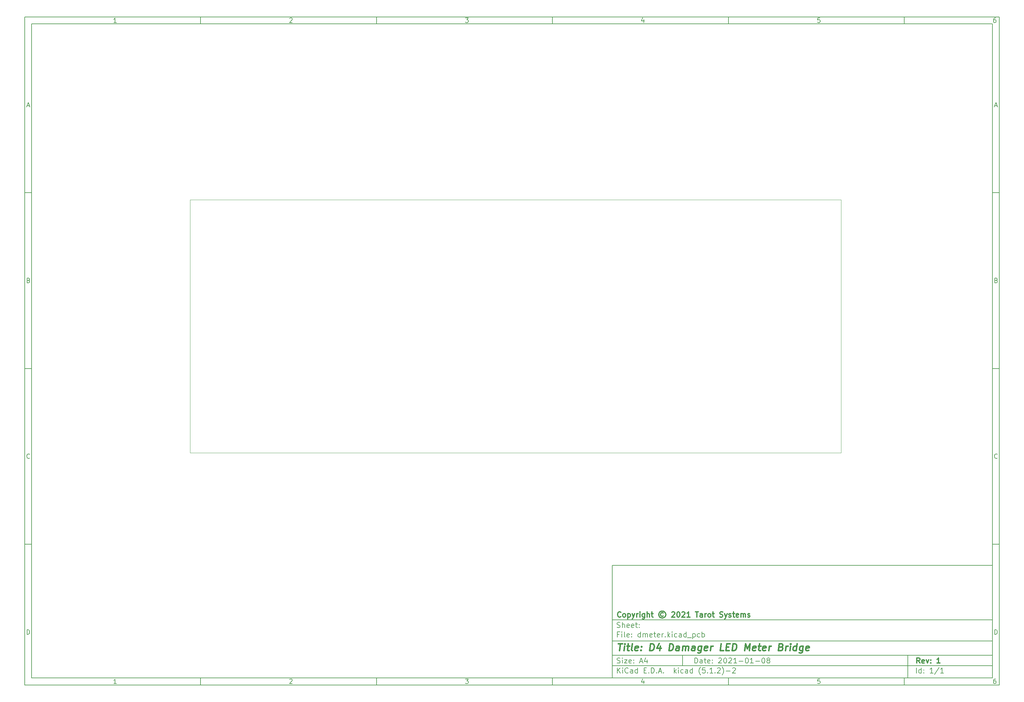
<source format=gbr>
G04 #@! TF.GenerationSoftware,KiCad,Pcbnew,(5.1.2)-2*
G04 #@! TF.CreationDate,2021-01-08T22:33:22+00:00*
G04 #@! TF.ProjectId,dmeter,646d6574-6572-42e6-9b69-6361645f7063,1*
G04 #@! TF.SameCoordinates,PX365c040PY7fcad80*
G04 #@! TF.FileFunction,Profile,NP*
%FSLAX46Y46*%
G04 Gerber Fmt 4.6, Leading zero omitted, Abs format (unit mm)*
G04 Created by KiCad (PCBNEW (5.1.2)-2) date 2021-01-08 22:33:22*
%MOMM*%
%LPD*%
G04 APERTURE LIST*
%ADD10C,0.100000*%
%ADD11C,0.150000*%
%ADD12C,0.300000*%
%ADD13C,0.400000*%
%ADD14C,0.050000*%
G04 APERTURE END LIST*
D10*
D11*
X120002200Y-32007200D02*
X120002200Y-64007200D01*
X228002200Y-64007200D01*
X228002200Y-32007200D01*
X120002200Y-32007200D01*
D10*
D11*
X-47000000Y124000000D02*
X-47000000Y-66007200D01*
X230002200Y-66007200D01*
X230002200Y124000000D01*
X-47000000Y124000000D01*
D10*
D11*
X-45000000Y122000000D02*
X-45000000Y-64007200D01*
X228002200Y-64007200D01*
X228002200Y122000000D01*
X-45000000Y122000000D01*
D10*
D11*
X3000000Y122000000D02*
X3000000Y124000000D01*
D10*
D11*
X53000000Y122000000D02*
X53000000Y124000000D01*
D10*
D11*
X103000000Y122000000D02*
X103000000Y124000000D01*
D10*
D11*
X153000000Y122000000D02*
X153000000Y124000000D01*
D10*
D11*
X203000000Y122000000D02*
X203000000Y124000000D01*
D10*
D11*
X-20934524Y122411905D02*
X-21677381Y122411905D01*
X-21305953Y122411905D02*
X-21305953Y123711905D01*
X-21429762Y123526191D01*
X-21553572Y123402381D01*
X-21677381Y123340477D01*
D10*
D11*
X28322619Y123588096D02*
X28384523Y123650000D01*
X28508333Y123711905D01*
X28817857Y123711905D01*
X28941666Y123650000D01*
X29003571Y123588096D01*
X29065476Y123464286D01*
X29065476Y123340477D01*
X29003571Y123154762D01*
X28260714Y122411905D01*
X29065476Y122411905D01*
D10*
D11*
X78260714Y123711905D02*
X79065476Y123711905D01*
X78632142Y123216667D01*
X78817857Y123216667D01*
X78941666Y123154762D01*
X79003571Y123092858D01*
X79065476Y122969048D01*
X79065476Y122659524D01*
X79003571Y122535715D01*
X78941666Y122473810D01*
X78817857Y122411905D01*
X78446428Y122411905D01*
X78322619Y122473810D01*
X78260714Y122535715D01*
D10*
D11*
X128941666Y123278572D02*
X128941666Y122411905D01*
X128632142Y123773810D02*
X128322619Y122845239D01*
X129127380Y122845239D01*
D10*
D11*
X179003571Y123711905D02*
X178384523Y123711905D01*
X178322619Y123092858D01*
X178384523Y123154762D01*
X178508333Y123216667D01*
X178817857Y123216667D01*
X178941666Y123154762D01*
X179003571Y123092858D01*
X179065476Y122969048D01*
X179065476Y122659524D01*
X179003571Y122535715D01*
X178941666Y122473810D01*
X178817857Y122411905D01*
X178508333Y122411905D01*
X178384523Y122473810D01*
X178322619Y122535715D01*
D10*
D11*
X228941666Y123711905D02*
X228694047Y123711905D01*
X228570238Y123650000D01*
X228508333Y123588096D01*
X228384523Y123402381D01*
X228322619Y123154762D01*
X228322619Y122659524D01*
X228384523Y122535715D01*
X228446428Y122473810D01*
X228570238Y122411905D01*
X228817857Y122411905D01*
X228941666Y122473810D01*
X229003571Y122535715D01*
X229065476Y122659524D01*
X229065476Y122969048D01*
X229003571Y123092858D01*
X228941666Y123154762D01*
X228817857Y123216667D01*
X228570238Y123216667D01*
X228446428Y123154762D01*
X228384523Y123092858D01*
X228322619Y122969048D01*
D10*
D11*
X3000000Y-64007200D02*
X3000000Y-66007200D01*
D10*
D11*
X53000000Y-64007200D02*
X53000000Y-66007200D01*
D10*
D11*
X103000000Y-64007200D02*
X103000000Y-66007200D01*
D10*
D11*
X153000000Y-64007200D02*
X153000000Y-66007200D01*
D10*
D11*
X203000000Y-64007200D02*
X203000000Y-66007200D01*
D10*
D11*
X-20934524Y-65595295D02*
X-21677381Y-65595295D01*
X-21305953Y-65595295D02*
X-21305953Y-64295295D01*
X-21429762Y-64481009D01*
X-21553572Y-64604819D01*
X-21677381Y-64666723D01*
D10*
D11*
X28322619Y-64419104D02*
X28384523Y-64357200D01*
X28508333Y-64295295D01*
X28817857Y-64295295D01*
X28941666Y-64357200D01*
X29003571Y-64419104D01*
X29065476Y-64542914D01*
X29065476Y-64666723D01*
X29003571Y-64852438D01*
X28260714Y-65595295D01*
X29065476Y-65595295D01*
D10*
D11*
X78260714Y-64295295D02*
X79065476Y-64295295D01*
X78632142Y-64790533D01*
X78817857Y-64790533D01*
X78941666Y-64852438D01*
X79003571Y-64914342D01*
X79065476Y-65038152D01*
X79065476Y-65347676D01*
X79003571Y-65471485D01*
X78941666Y-65533390D01*
X78817857Y-65595295D01*
X78446428Y-65595295D01*
X78322619Y-65533390D01*
X78260714Y-65471485D01*
D10*
D11*
X128941666Y-64728628D02*
X128941666Y-65595295D01*
X128632142Y-64233390D02*
X128322619Y-65161961D01*
X129127380Y-65161961D01*
D10*
D11*
X179003571Y-64295295D02*
X178384523Y-64295295D01*
X178322619Y-64914342D01*
X178384523Y-64852438D01*
X178508333Y-64790533D01*
X178817857Y-64790533D01*
X178941666Y-64852438D01*
X179003571Y-64914342D01*
X179065476Y-65038152D01*
X179065476Y-65347676D01*
X179003571Y-65471485D01*
X178941666Y-65533390D01*
X178817857Y-65595295D01*
X178508333Y-65595295D01*
X178384523Y-65533390D01*
X178322619Y-65471485D01*
D10*
D11*
X228941666Y-64295295D02*
X228694047Y-64295295D01*
X228570238Y-64357200D01*
X228508333Y-64419104D01*
X228384523Y-64604819D01*
X228322619Y-64852438D01*
X228322619Y-65347676D01*
X228384523Y-65471485D01*
X228446428Y-65533390D01*
X228570238Y-65595295D01*
X228817857Y-65595295D01*
X228941666Y-65533390D01*
X229003571Y-65471485D01*
X229065476Y-65347676D01*
X229065476Y-65038152D01*
X229003571Y-64914342D01*
X228941666Y-64852438D01*
X228817857Y-64790533D01*
X228570238Y-64790533D01*
X228446428Y-64852438D01*
X228384523Y-64914342D01*
X228322619Y-65038152D01*
D10*
D11*
X-47000000Y74000000D02*
X-45000000Y74000000D01*
D10*
D11*
X-47000000Y24000000D02*
X-45000000Y24000000D01*
D10*
D11*
X-47000000Y-26000000D02*
X-45000000Y-26000000D01*
D10*
D11*
X-46309524Y98783334D02*
X-45690477Y98783334D01*
X-46433334Y98411905D02*
X-46000000Y99711905D01*
X-45566667Y98411905D01*
D10*
D11*
X-45907143Y49092858D02*
X-45721429Y49030953D01*
X-45659524Y48969048D01*
X-45597620Y48845239D01*
X-45597620Y48659524D01*
X-45659524Y48535715D01*
X-45721429Y48473810D01*
X-45845239Y48411905D01*
X-46340477Y48411905D01*
X-46340477Y49711905D01*
X-45907143Y49711905D01*
X-45783334Y49650000D01*
X-45721429Y49588096D01*
X-45659524Y49464286D01*
X-45659524Y49340477D01*
X-45721429Y49216667D01*
X-45783334Y49154762D01*
X-45907143Y49092858D01*
X-46340477Y49092858D01*
D10*
D11*
X-45597620Y-1464285D02*
X-45659524Y-1526190D01*
X-45845239Y-1588095D01*
X-45969048Y-1588095D01*
X-46154762Y-1526190D01*
X-46278572Y-1402380D01*
X-46340477Y-1278571D01*
X-46402381Y-1030952D01*
X-46402381Y-845238D01*
X-46340477Y-597619D01*
X-46278572Y-473809D01*
X-46154762Y-350000D01*
X-45969048Y-288095D01*
X-45845239Y-288095D01*
X-45659524Y-350000D01*
X-45597620Y-411904D01*
D10*
D11*
X-46340477Y-51588095D02*
X-46340477Y-50288095D01*
X-46030953Y-50288095D01*
X-45845239Y-50350000D01*
X-45721429Y-50473809D01*
X-45659524Y-50597619D01*
X-45597620Y-50845238D01*
X-45597620Y-51030952D01*
X-45659524Y-51278571D01*
X-45721429Y-51402380D01*
X-45845239Y-51526190D01*
X-46030953Y-51588095D01*
X-46340477Y-51588095D01*
D10*
D11*
X230002200Y74000000D02*
X228002200Y74000000D01*
D10*
D11*
X230002200Y24000000D02*
X228002200Y24000000D01*
D10*
D11*
X230002200Y-26000000D02*
X228002200Y-26000000D01*
D10*
D11*
X228692676Y98783334D02*
X229311723Y98783334D01*
X228568866Y98411905D02*
X229002200Y99711905D01*
X229435533Y98411905D01*
D10*
D11*
X229095057Y49092858D02*
X229280771Y49030953D01*
X229342676Y48969048D01*
X229404580Y48845239D01*
X229404580Y48659524D01*
X229342676Y48535715D01*
X229280771Y48473810D01*
X229156961Y48411905D01*
X228661723Y48411905D01*
X228661723Y49711905D01*
X229095057Y49711905D01*
X229218866Y49650000D01*
X229280771Y49588096D01*
X229342676Y49464286D01*
X229342676Y49340477D01*
X229280771Y49216667D01*
X229218866Y49154762D01*
X229095057Y49092858D01*
X228661723Y49092858D01*
D10*
D11*
X229404580Y-1464285D02*
X229342676Y-1526190D01*
X229156961Y-1588095D01*
X229033152Y-1588095D01*
X228847438Y-1526190D01*
X228723628Y-1402380D01*
X228661723Y-1278571D01*
X228599819Y-1030952D01*
X228599819Y-845238D01*
X228661723Y-597619D01*
X228723628Y-473809D01*
X228847438Y-350000D01*
X229033152Y-288095D01*
X229156961Y-288095D01*
X229342676Y-350000D01*
X229404580Y-411904D01*
D10*
D11*
X228661723Y-51588095D02*
X228661723Y-50288095D01*
X228971247Y-50288095D01*
X229156961Y-50350000D01*
X229280771Y-50473809D01*
X229342676Y-50597619D01*
X229404580Y-50845238D01*
X229404580Y-51030952D01*
X229342676Y-51278571D01*
X229280771Y-51402380D01*
X229156961Y-51526190D01*
X228971247Y-51588095D01*
X228661723Y-51588095D01*
D10*
D11*
X143434342Y-59785771D02*
X143434342Y-58285771D01*
X143791485Y-58285771D01*
X144005771Y-58357200D01*
X144148628Y-58500057D01*
X144220057Y-58642914D01*
X144291485Y-58928628D01*
X144291485Y-59142914D01*
X144220057Y-59428628D01*
X144148628Y-59571485D01*
X144005771Y-59714342D01*
X143791485Y-59785771D01*
X143434342Y-59785771D01*
X145577200Y-59785771D02*
X145577200Y-59000057D01*
X145505771Y-58857200D01*
X145362914Y-58785771D01*
X145077200Y-58785771D01*
X144934342Y-58857200D01*
X145577200Y-59714342D02*
X145434342Y-59785771D01*
X145077200Y-59785771D01*
X144934342Y-59714342D01*
X144862914Y-59571485D01*
X144862914Y-59428628D01*
X144934342Y-59285771D01*
X145077200Y-59214342D01*
X145434342Y-59214342D01*
X145577200Y-59142914D01*
X146077200Y-58785771D02*
X146648628Y-58785771D01*
X146291485Y-58285771D02*
X146291485Y-59571485D01*
X146362914Y-59714342D01*
X146505771Y-59785771D01*
X146648628Y-59785771D01*
X147720057Y-59714342D02*
X147577200Y-59785771D01*
X147291485Y-59785771D01*
X147148628Y-59714342D01*
X147077200Y-59571485D01*
X147077200Y-59000057D01*
X147148628Y-58857200D01*
X147291485Y-58785771D01*
X147577200Y-58785771D01*
X147720057Y-58857200D01*
X147791485Y-59000057D01*
X147791485Y-59142914D01*
X147077200Y-59285771D01*
X148434342Y-59642914D02*
X148505771Y-59714342D01*
X148434342Y-59785771D01*
X148362914Y-59714342D01*
X148434342Y-59642914D01*
X148434342Y-59785771D01*
X148434342Y-58857200D02*
X148505771Y-58928628D01*
X148434342Y-59000057D01*
X148362914Y-58928628D01*
X148434342Y-58857200D01*
X148434342Y-59000057D01*
X150220057Y-58428628D02*
X150291485Y-58357200D01*
X150434342Y-58285771D01*
X150791485Y-58285771D01*
X150934342Y-58357200D01*
X151005771Y-58428628D01*
X151077200Y-58571485D01*
X151077200Y-58714342D01*
X151005771Y-58928628D01*
X150148628Y-59785771D01*
X151077200Y-59785771D01*
X152005771Y-58285771D02*
X152148628Y-58285771D01*
X152291485Y-58357200D01*
X152362914Y-58428628D01*
X152434342Y-58571485D01*
X152505771Y-58857200D01*
X152505771Y-59214342D01*
X152434342Y-59500057D01*
X152362914Y-59642914D01*
X152291485Y-59714342D01*
X152148628Y-59785771D01*
X152005771Y-59785771D01*
X151862914Y-59714342D01*
X151791485Y-59642914D01*
X151720057Y-59500057D01*
X151648628Y-59214342D01*
X151648628Y-58857200D01*
X151720057Y-58571485D01*
X151791485Y-58428628D01*
X151862914Y-58357200D01*
X152005771Y-58285771D01*
X153077200Y-58428628D02*
X153148628Y-58357200D01*
X153291485Y-58285771D01*
X153648628Y-58285771D01*
X153791485Y-58357200D01*
X153862914Y-58428628D01*
X153934342Y-58571485D01*
X153934342Y-58714342D01*
X153862914Y-58928628D01*
X153005771Y-59785771D01*
X153934342Y-59785771D01*
X155362914Y-59785771D02*
X154505771Y-59785771D01*
X154934342Y-59785771D02*
X154934342Y-58285771D01*
X154791485Y-58500057D01*
X154648628Y-58642914D01*
X154505771Y-58714342D01*
X156005771Y-59214342D02*
X157148628Y-59214342D01*
X158148628Y-58285771D02*
X158291485Y-58285771D01*
X158434342Y-58357200D01*
X158505771Y-58428628D01*
X158577200Y-58571485D01*
X158648628Y-58857200D01*
X158648628Y-59214342D01*
X158577200Y-59500057D01*
X158505771Y-59642914D01*
X158434342Y-59714342D01*
X158291485Y-59785771D01*
X158148628Y-59785771D01*
X158005771Y-59714342D01*
X157934342Y-59642914D01*
X157862914Y-59500057D01*
X157791485Y-59214342D01*
X157791485Y-58857200D01*
X157862914Y-58571485D01*
X157934342Y-58428628D01*
X158005771Y-58357200D01*
X158148628Y-58285771D01*
X160077200Y-59785771D02*
X159220057Y-59785771D01*
X159648628Y-59785771D02*
X159648628Y-58285771D01*
X159505771Y-58500057D01*
X159362914Y-58642914D01*
X159220057Y-58714342D01*
X160720057Y-59214342D02*
X161862914Y-59214342D01*
X162862914Y-58285771D02*
X163005771Y-58285771D01*
X163148628Y-58357200D01*
X163220057Y-58428628D01*
X163291485Y-58571485D01*
X163362914Y-58857200D01*
X163362914Y-59214342D01*
X163291485Y-59500057D01*
X163220057Y-59642914D01*
X163148628Y-59714342D01*
X163005771Y-59785771D01*
X162862914Y-59785771D01*
X162720057Y-59714342D01*
X162648628Y-59642914D01*
X162577200Y-59500057D01*
X162505771Y-59214342D01*
X162505771Y-58857200D01*
X162577200Y-58571485D01*
X162648628Y-58428628D01*
X162720057Y-58357200D01*
X162862914Y-58285771D01*
X164220057Y-58928628D02*
X164077200Y-58857200D01*
X164005771Y-58785771D01*
X163934342Y-58642914D01*
X163934342Y-58571485D01*
X164005771Y-58428628D01*
X164077200Y-58357200D01*
X164220057Y-58285771D01*
X164505771Y-58285771D01*
X164648628Y-58357200D01*
X164720057Y-58428628D01*
X164791485Y-58571485D01*
X164791485Y-58642914D01*
X164720057Y-58785771D01*
X164648628Y-58857200D01*
X164505771Y-58928628D01*
X164220057Y-58928628D01*
X164077200Y-59000057D01*
X164005771Y-59071485D01*
X163934342Y-59214342D01*
X163934342Y-59500057D01*
X164005771Y-59642914D01*
X164077200Y-59714342D01*
X164220057Y-59785771D01*
X164505771Y-59785771D01*
X164648628Y-59714342D01*
X164720057Y-59642914D01*
X164791485Y-59500057D01*
X164791485Y-59214342D01*
X164720057Y-59071485D01*
X164648628Y-59000057D01*
X164505771Y-58928628D01*
D10*
D11*
X120002200Y-60507200D02*
X228002200Y-60507200D01*
D10*
D11*
X121434342Y-62585771D02*
X121434342Y-61085771D01*
X122291485Y-62585771D02*
X121648628Y-61728628D01*
X122291485Y-61085771D02*
X121434342Y-61942914D01*
X122934342Y-62585771D02*
X122934342Y-61585771D01*
X122934342Y-61085771D02*
X122862914Y-61157200D01*
X122934342Y-61228628D01*
X123005771Y-61157200D01*
X122934342Y-61085771D01*
X122934342Y-61228628D01*
X124505771Y-62442914D02*
X124434342Y-62514342D01*
X124220057Y-62585771D01*
X124077200Y-62585771D01*
X123862914Y-62514342D01*
X123720057Y-62371485D01*
X123648628Y-62228628D01*
X123577200Y-61942914D01*
X123577200Y-61728628D01*
X123648628Y-61442914D01*
X123720057Y-61300057D01*
X123862914Y-61157200D01*
X124077200Y-61085771D01*
X124220057Y-61085771D01*
X124434342Y-61157200D01*
X124505771Y-61228628D01*
X125791485Y-62585771D02*
X125791485Y-61800057D01*
X125720057Y-61657200D01*
X125577200Y-61585771D01*
X125291485Y-61585771D01*
X125148628Y-61657200D01*
X125791485Y-62514342D02*
X125648628Y-62585771D01*
X125291485Y-62585771D01*
X125148628Y-62514342D01*
X125077200Y-62371485D01*
X125077200Y-62228628D01*
X125148628Y-62085771D01*
X125291485Y-62014342D01*
X125648628Y-62014342D01*
X125791485Y-61942914D01*
X127148628Y-62585771D02*
X127148628Y-61085771D01*
X127148628Y-62514342D02*
X127005771Y-62585771D01*
X126720057Y-62585771D01*
X126577200Y-62514342D01*
X126505771Y-62442914D01*
X126434342Y-62300057D01*
X126434342Y-61871485D01*
X126505771Y-61728628D01*
X126577200Y-61657200D01*
X126720057Y-61585771D01*
X127005771Y-61585771D01*
X127148628Y-61657200D01*
X129005771Y-61800057D02*
X129505771Y-61800057D01*
X129720057Y-62585771D02*
X129005771Y-62585771D01*
X129005771Y-61085771D01*
X129720057Y-61085771D01*
X130362914Y-62442914D02*
X130434342Y-62514342D01*
X130362914Y-62585771D01*
X130291485Y-62514342D01*
X130362914Y-62442914D01*
X130362914Y-62585771D01*
X131077200Y-62585771D02*
X131077200Y-61085771D01*
X131434342Y-61085771D01*
X131648628Y-61157200D01*
X131791485Y-61300057D01*
X131862914Y-61442914D01*
X131934342Y-61728628D01*
X131934342Y-61942914D01*
X131862914Y-62228628D01*
X131791485Y-62371485D01*
X131648628Y-62514342D01*
X131434342Y-62585771D01*
X131077200Y-62585771D01*
X132577200Y-62442914D02*
X132648628Y-62514342D01*
X132577200Y-62585771D01*
X132505771Y-62514342D01*
X132577200Y-62442914D01*
X132577200Y-62585771D01*
X133220057Y-62157200D02*
X133934342Y-62157200D01*
X133077200Y-62585771D02*
X133577200Y-61085771D01*
X134077200Y-62585771D01*
X134577200Y-62442914D02*
X134648628Y-62514342D01*
X134577200Y-62585771D01*
X134505771Y-62514342D01*
X134577200Y-62442914D01*
X134577200Y-62585771D01*
X137577200Y-62585771D02*
X137577200Y-61085771D01*
X137720057Y-62014342D02*
X138148628Y-62585771D01*
X138148628Y-61585771D02*
X137577200Y-62157200D01*
X138791485Y-62585771D02*
X138791485Y-61585771D01*
X138791485Y-61085771D02*
X138720057Y-61157200D01*
X138791485Y-61228628D01*
X138862914Y-61157200D01*
X138791485Y-61085771D01*
X138791485Y-61228628D01*
X140148628Y-62514342D02*
X140005771Y-62585771D01*
X139720057Y-62585771D01*
X139577200Y-62514342D01*
X139505771Y-62442914D01*
X139434342Y-62300057D01*
X139434342Y-61871485D01*
X139505771Y-61728628D01*
X139577200Y-61657200D01*
X139720057Y-61585771D01*
X140005771Y-61585771D01*
X140148628Y-61657200D01*
X141434342Y-62585771D02*
X141434342Y-61800057D01*
X141362914Y-61657200D01*
X141220057Y-61585771D01*
X140934342Y-61585771D01*
X140791485Y-61657200D01*
X141434342Y-62514342D02*
X141291485Y-62585771D01*
X140934342Y-62585771D01*
X140791485Y-62514342D01*
X140720057Y-62371485D01*
X140720057Y-62228628D01*
X140791485Y-62085771D01*
X140934342Y-62014342D01*
X141291485Y-62014342D01*
X141434342Y-61942914D01*
X142791485Y-62585771D02*
X142791485Y-61085771D01*
X142791485Y-62514342D02*
X142648628Y-62585771D01*
X142362914Y-62585771D01*
X142220057Y-62514342D01*
X142148628Y-62442914D01*
X142077200Y-62300057D01*
X142077200Y-61871485D01*
X142148628Y-61728628D01*
X142220057Y-61657200D01*
X142362914Y-61585771D01*
X142648628Y-61585771D01*
X142791485Y-61657200D01*
X145077200Y-63157200D02*
X145005771Y-63085771D01*
X144862914Y-62871485D01*
X144791485Y-62728628D01*
X144720057Y-62514342D01*
X144648628Y-62157200D01*
X144648628Y-61871485D01*
X144720057Y-61514342D01*
X144791485Y-61300057D01*
X144862914Y-61157200D01*
X145005771Y-60942914D01*
X145077200Y-60871485D01*
X146362914Y-61085771D02*
X145648628Y-61085771D01*
X145577200Y-61800057D01*
X145648628Y-61728628D01*
X145791485Y-61657200D01*
X146148628Y-61657200D01*
X146291485Y-61728628D01*
X146362914Y-61800057D01*
X146434342Y-61942914D01*
X146434342Y-62300057D01*
X146362914Y-62442914D01*
X146291485Y-62514342D01*
X146148628Y-62585771D01*
X145791485Y-62585771D01*
X145648628Y-62514342D01*
X145577200Y-62442914D01*
X147077200Y-62442914D02*
X147148628Y-62514342D01*
X147077200Y-62585771D01*
X147005771Y-62514342D01*
X147077200Y-62442914D01*
X147077200Y-62585771D01*
X148577200Y-62585771D02*
X147720057Y-62585771D01*
X148148628Y-62585771D02*
X148148628Y-61085771D01*
X148005771Y-61300057D01*
X147862914Y-61442914D01*
X147720057Y-61514342D01*
X149220057Y-62442914D02*
X149291485Y-62514342D01*
X149220057Y-62585771D01*
X149148628Y-62514342D01*
X149220057Y-62442914D01*
X149220057Y-62585771D01*
X149862914Y-61228628D02*
X149934342Y-61157200D01*
X150077200Y-61085771D01*
X150434342Y-61085771D01*
X150577200Y-61157200D01*
X150648628Y-61228628D01*
X150720057Y-61371485D01*
X150720057Y-61514342D01*
X150648628Y-61728628D01*
X149791485Y-62585771D01*
X150720057Y-62585771D01*
X151220057Y-63157200D02*
X151291485Y-63085771D01*
X151434342Y-62871485D01*
X151505771Y-62728628D01*
X151577200Y-62514342D01*
X151648628Y-62157200D01*
X151648628Y-61871485D01*
X151577200Y-61514342D01*
X151505771Y-61300057D01*
X151434342Y-61157200D01*
X151291485Y-60942914D01*
X151220057Y-60871485D01*
X152362914Y-62014342D02*
X153505771Y-62014342D01*
X154148628Y-61228628D02*
X154220057Y-61157200D01*
X154362914Y-61085771D01*
X154720057Y-61085771D01*
X154862914Y-61157200D01*
X154934342Y-61228628D01*
X155005771Y-61371485D01*
X155005771Y-61514342D01*
X154934342Y-61728628D01*
X154077200Y-62585771D01*
X155005771Y-62585771D01*
D10*
D11*
X120002200Y-57507200D02*
X228002200Y-57507200D01*
D10*
D12*
X207411485Y-59785771D02*
X206911485Y-59071485D01*
X206554342Y-59785771D02*
X206554342Y-58285771D01*
X207125771Y-58285771D01*
X207268628Y-58357200D01*
X207340057Y-58428628D01*
X207411485Y-58571485D01*
X207411485Y-58785771D01*
X207340057Y-58928628D01*
X207268628Y-59000057D01*
X207125771Y-59071485D01*
X206554342Y-59071485D01*
X208625771Y-59714342D02*
X208482914Y-59785771D01*
X208197200Y-59785771D01*
X208054342Y-59714342D01*
X207982914Y-59571485D01*
X207982914Y-59000057D01*
X208054342Y-58857200D01*
X208197200Y-58785771D01*
X208482914Y-58785771D01*
X208625771Y-58857200D01*
X208697200Y-59000057D01*
X208697200Y-59142914D01*
X207982914Y-59285771D01*
X209197200Y-58785771D02*
X209554342Y-59785771D01*
X209911485Y-58785771D01*
X210482914Y-59642914D02*
X210554342Y-59714342D01*
X210482914Y-59785771D01*
X210411485Y-59714342D01*
X210482914Y-59642914D01*
X210482914Y-59785771D01*
X210482914Y-58857200D02*
X210554342Y-58928628D01*
X210482914Y-59000057D01*
X210411485Y-58928628D01*
X210482914Y-58857200D01*
X210482914Y-59000057D01*
X213125771Y-59785771D02*
X212268628Y-59785771D01*
X212697200Y-59785771D02*
X212697200Y-58285771D01*
X212554342Y-58500057D01*
X212411485Y-58642914D01*
X212268628Y-58714342D01*
D10*
D11*
X121362914Y-59714342D02*
X121577200Y-59785771D01*
X121934342Y-59785771D01*
X122077200Y-59714342D01*
X122148628Y-59642914D01*
X122220057Y-59500057D01*
X122220057Y-59357200D01*
X122148628Y-59214342D01*
X122077200Y-59142914D01*
X121934342Y-59071485D01*
X121648628Y-59000057D01*
X121505771Y-58928628D01*
X121434342Y-58857200D01*
X121362914Y-58714342D01*
X121362914Y-58571485D01*
X121434342Y-58428628D01*
X121505771Y-58357200D01*
X121648628Y-58285771D01*
X122005771Y-58285771D01*
X122220057Y-58357200D01*
X122862914Y-59785771D02*
X122862914Y-58785771D01*
X122862914Y-58285771D02*
X122791485Y-58357200D01*
X122862914Y-58428628D01*
X122934342Y-58357200D01*
X122862914Y-58285771D01*
X122862914Y-58428628D01*
X123434342Y-58785771D02*
X124220057Y-58785771D01*
X123434342Y-59785771D01*
X124220057Y-59785771D01*
X125362914Y-59714342D02*
X125220057Y-59785771D01*
X124934342Y-59785771D01*
X124791485Y-59714342D01*
X124720057Y-59571485D01*
X124720057Y-59000057D01*
X124791485Y-58857200D01*
X124934342Y-58785771D01*
X125220057Y-58785771D01*
X125362914Y-58857200D01*
X125434342Y-59000057D01*
X125434342Y-59142914D01*
X124720057Y-59285771D01*
X126077200Y-59642914D02*
X126148628Y-59714342D01*
X126077200Y-59785771D01*
X126005771Y-59714342D01*
X126077200Y-59642914D01*
X126077200Y-59785771D01*
X126077200Y-58857200D02*
X126148628Y-58928628D01*
X126077200Y-59000057D01*
X126005771Y-58928628D01*
X126077200Y-58857200D01*
X126077200Y-59000057D01*
X127862914Y-59357200D02*
X128577200Y-59357200D01*
X127720057Y-59785771D02*
X128220057Y-58285771D01*
X128720057Y-59785771D01*
X129862914Y-58785771D02*
X129862914Y-59785771D01*
X129505771Y-58214342D02*
X129148628Y-59285771D01*
X130077200Y-59285771D01*
D10*
D11*
X206434342Y-62585771D02*
X206434342Y-61085771D01*
X207791485Y-62585771D02*
X207791485Y-61085771D01*
X207791485Y-62514342D02*
X207648628Y-62585771D01*
X207362914Y-62585771D01*
X207220057Y-62514342D01*
X207148628Y-62442914D01*
X207077200Y-62300057D01*
X207077200Y-61871485D01*
X207148628Y-61728628D01*
X207220057Y-61657200D01*
X207362914Y-61585771D01*
X207648628Y-61585771D01*
X207791485Y-61657200D01*
X208505771Y-62442914D02*
X208577200Y-62514342D01*
X208505771Y-62585771D01*
X208434342Y-62514342D01*
X208505771Y-62442914D01*
X208505771Y-62585771D01*
X208505771Y-61657200D02*
X208577200Y-61728628D01*
X208505771Y-61800057D01*
X208434342Y-61728628D01*
X208505771Y-61657200D01*
X208505771Y-61800057D01*
X211148628Y-62585771D02*
X210291485Y-62585771D01*
X210720057Y-62585771D02*
X210720057Y-61085771D01*
X210577200Y-61300057D01*
X210434342Y-61442914D01*
X210291485Y-61514342D01*
X212862914Y-61014342D02*
X211577200Y-62942914D01*
X214148628Y-62585771D02*
X213291485Y-62585771D01*
X213720057Y-62585771D02*
X213720057Y-61085771D01*
X213577200Y-61300057D01*
X213434342Y-61442914D01*
X213291485Y-61514342D01*
D10*
D11*
X120002200Y-53507200D02*
X228002200Y-53507200D01*
D10*
D13*
X121714580Y-54211961D02*
X122857438Y-54211961D01*
X122036009Y-56211961D02*
X122286009Y-54211961D01*
X123274104Y-56211961D02*
X123440771Y-54878628D01*
X123524104Y-54211961D02*
X123416961Y-54307200D01*
X123500295Y-54402438D01*
X123607438Y-54307200D01*
X123524104Y-54211961D01*
X123500295Y-54402438D01*
X124107438Y-54878628D02*
X124869342Y-54878628D01*
X124476485Y-54211961D02*
X124262200Y-55926247D01*
X124333628Y-56116723D01*
X124512200Y-56211961D01*
X124702676Y-56211961D01*
X125655057Y-56211961D02*
X125476485Y-56116723D01*
X125405057Y-55926247D01*
X125619342Y-54211961D01*
X127190771Y-56116723D02*
X126988390Y-56211961D01*
X126607438Y-56211961D01*
X126428866Y-56116723D01*
X126357438Y-55926247D01*
X126452676Y-55164342D01*
X126571723Y-54973866D01*
X126774104Y-54878628D01*
X127155057Y-54878628D01*
X127333628Y-54973866D01*
X127405057Y-55164342D01*
X127381247Y-55354819D01*
X126405057Y-55545295D01*
X128155057Y-56021485D02*
X128238390Y-56116723D01*
X128131247Y-56211961D01*
X128047914Y-56116723D01*
X128155057Y-56021485D01*
X128131247Y-56211961D01*
X128286009Y-54973866D02*
X128369342Y-55069104D01*
X128262200Y-55164342D01*
X128178866Y-55069104D01*
X128286009Y-54973866D01*
X128262200Y-55164342D01*
X130607438Y-56211961D02*
X130857438Y-54211961D01*
X131333628Y-54211961D01*
X131607438Y-54307200D01*
X131774104Y-54497676D01*
X131845533Y-54688152D01*
X131893152Y-55069104D01*
X131857438Y-55354819D01*
X131714580Y-55735771D01*
X131595533Y-55926247D01*
X131381247Y-56116723D01*
X131083628Y-56211961D01*
X130607438Y-56211961D01*
X133631247Y-54878628D02*
X133464580Y-56211961D01*
X133250295Y-54116723D02*
X132595533Y-55545295D01*
X133833628Y-55545295D01*
X136036009Y-56211961D02*
X136286009Y-54211961D01*
X136762200Y-54211961D01*
X137036009Y-54307200D01*
X137202676Y-54497676D01*
X137274104Y-54688152D01*
X137321723Y-55069104D01*
X137286009Y-55354819D01*
X137143152Y-55735771D01*
X137024104Y-55926247D01*
X136809819Y-56116723D01*
X136512200Y-56211961D01*
X136036009Y-56211961D01*
X138893152Y-56211961D02*
X139024104Y-55164342D01*
X138952676Y-54973866D01*
X138774104Y-54878628D01*
X138393152Y-54878628D01*
X138190771Y-54973866D01*
X138905057Y-56116723D02*
X138702676Y-56211961D01*
X138226485Y-56211961D01*
X138047914Y-56116723D01*
X137976485Y-55926247D01*
X138000295Y-55735771D01*
X138119342Y-55545295D01*
X138321723Y-55450057D01*
X138797914Y-55450057D01*
X139000295Y-55354819D01*
X139845533Y-56211961D02*
X140012200Y-54878628D01*
X139988390Y-55069104D02*
X140095533Y-54973866D01*
X140297914Y-54878628D01*
X140583628Y-54878628D01*
X140762200Y-54973866D01*
X140833628Y-55164342D01*
X140702676Y-56211961D01*
X140833628Y-55164342D02*
X140952676Y-54973866D01*
X141155057Y-54878628D01*
X141440771Y-54878628D01*
X141619342Y-54973866D01*
X141690771Y-55164342D01*
X141559819Y-56211961D01*
X143369342Y-56211961D02*
X143500295Y-55164342D01*
X143428866Y-54973866D01*
X143250295Y-54878628D01*
X142869342Y-54878628D01*
X142666961Y-54973866D01*
X143381247Y-56116723D02*
X143178866Y-56211961D01*
X142702676Y-56211961D01*
X142524104Y-56116723D01*
X142452676Y-55926247D01*
X142476485Y-55735771D01*
X142595533Y-55545295D01*
X142797914Y-55450057D01*
X143274104Y-55450057D01*
X143476485Y-55354819D01*
X145345533Y-54878628D02*
X145143152Y-56497676D01*
X145024104Y-56688152D01*
X144916961Y-56783390D01*
X144714580Y-56878628D01*
X144428866Y-56878628D01*
X144250295Y-56783390D01*
X145190771Y-56116723D02*
X144988390Y-56211961D01*
X144607438Y-56211961D01*
X144428866Y-56116723D01*
X144345533Y-56021485D01*
X144274104Y-55831009D01*
X144345533Y-55259580D01*
X144464580Y-55069104D01*
X144571723Y-54973866D01*
X144774104Y-54878628D01*
X145155057Y-54878628D01*
X145333628Y-54973866D01*
X146905057Y-56116723D02*
X146702676Y-56211961D01*
X146321723Y-56211961D01*
X146143152Y-56116723D01*
X146071723Y-55926247D01*
X146166961Y-55164342D01*
X146286009Y-54973866D01*
X146488390Y-54878628D01*
X146869342Y-54878628D01*
X147047914Y-54973866D01*
X147119342Y-55164342D01*
X147095533Y-55354819D01*
X146119342Y-55545295D01*
X147845533Y-56211961D02*
X148012200Y-54878628D01*
X147964580Y-55259580D02*
X148083628Y-55069104D01*
X148190771Y-54973866D01*
X148393152Y-54878628D01*
X148583628Y-54878628D01*
X151559819Y-56211961D02*
X150607438Y-56211961D01*
X150857438Y-54211961D01*
X152357438Y-55164342D02*
X153024104Y-55164342D01*
X153178866Y-56211961D02*
X152226485Y-56211961D01*
X152476485Y-54211961D01*
X153428866Y-54211961D01*
X154036009Y-56211961D02*
X154286009Y-54211961D01*
X154762200Y-54211961D01*
X155036009Y-54307200D01*
X155202676Y-54497676D01*
X155274104Y-54688152D01*
X155321723Y-55069104D01*
X155286009Y-55354819D01*
X155143152Y-55735771D01*
X155024104Y-55926247D01*
X154809819Y-56116723D01*
X154512200Y-56211961D01*
X154036009Y-56211961D01*
X157559819Y-56211961D02*
X157809819Y-54211961D01*
X158297914Y-55640533D01*
X159143152Y-54211961D01*
X158893152Y-56211961D01*
X160619342Y-56116723D02*
X160416961Y-56211961D01*
X160036009Y-56211961D01*
X159857438Y-56116723D01*
X159786009Y-55926247D01*
X159881247Y-55164342D01*
X160000295Y-54973866D01*
X160202676Y-54878628D01*
X160583628Y-54878628D01*
X160762200Y-54973866D01*
X160833628Y-55164342D01*
X160809819Y-55354819D01*
X159833628Y-55545295D01*
X161440771Y-54878628D02*
X162202676Y-54878628D01*
X161809819Y-54211961D02*
X161595533Y-55926247D01*
X161666961Y-56116723D01*
X161845533Y-56211961D01*
X162036009Y-56211961D01*
X163476485Y-56116723D02*
X163274104Y-56211961D01*
X162893152Y-56211961D01*
X162714580Y-56116723D01*
X162643152Y-55926247D01*
X162738390Y-55164342D01*
X162857438Y-54973866D01*
X163059819Y-54878628D01*
X163440771Y-54878628D01*
X163619342Y-54973866D01*
X163690771Y-55164342D01*
X163666961Y-55354819D01*
X162690771Y-55545295D01*
X164416961Y-56211961D02*
X164583628Y-54878628D01*
X164536009Y-55259580D02*
X164655057Y-55069104D01*
X164762200Y-54973866D01*
X164964580Y-54878628D01*
X165155057Y-54878628D01*
X167976485Y-55164342D02*
X168250295Y-55259580D01*
X168333628Y-55354819D01*
X168405057Y-55545295D01*
X168369342Y-55831009D01*
X168250295Y-56021485D01*
X168143152Y-56116723D01*
X167940771Y-56211961D01*
X167178866Y-56211961D01*
X167428866Y-54211961D01*
X168095533Y-54211961D01*
X168274104Y-54307200D01*
X168357438Y-54402438D01*
X168428866Y-54592914D01*
X168405057Y-54783390D01*
X168286009Y-54973866D01*
X168178866Y-55069104D01*
X167976485Y-55164342D01*
X167309819Y-55164342D01*
X169178866Y-56211961D02*
X169345533Y-54878628D01*
X169297914Y-55259580D02*
X169416961Y-55069104D01*
X169524104Y-54973866D01*
X169726485Y-54878628D01*
X169916961Y-54878628D01*
X170416961Y-56211961D02*
X170583628Y-54878628D01*
X170666961Y-54211961D02*
X170559819Y-54307200D01*
X170643152Y-54402438D01*
X170750295Y-54307200D01*
X170666961Y-54211961D01*
X170643152Y-54402438D01*
X172226485Y-56211961D02*
X172476485Y-54211961D01*
X172238390Y-56116723D02*
X172036009Y-56211961D01*
X171655057Y-56211961D01*
X171476485Y-56116723D01*
X171393152Y-56021485D01*
X171321723Y-55831009D01*
X171393152Y-55259580D01*
X171512200Y-55069104D01*
X171619342Y-54973866D01*
X171821723Y-54878628D01*
X172202676Y-54878628D01*
X172381247Y-54973866D01*
X174202676Y-54878628D02*
X174000295Y-56497676D01*
X173881247Y-56688152D01*
X173774104Y-56783390D01*
X173571723Y-56878628D01*
X173286009Y-56878628D01*
X173107438Y-56783390D01*
X174047914Y-56116723D02*
X173845533Y-56211961D01*
X173464580Y-56211961D01*
X173286009Y-56116723D01*
X173202676Y-56021485D01*
X173131247Y-55831009D01*
X173202676Y-55259580D01*
X173321723Y-55069104D01*
X173428866Y-54973866D01*
X173631247Y-54878628D01*
X174012200Y-54878628D01*
X174190771Y-54973866D01*
X175762200Y-56116723D02*
X175559819Y-56211961D01*
X175178866Y-56211961D01*
X175000295Y-56116723D01*
X174928866Y-55926247D01*
X175024104Y-55164342D01*
X175143152Y-54973866D01*
X175345533Y-54878628D01*
X175726485Y-54878628D01*
X175905057Y-54973866D01*
X175976485Y-55164342D01*
X175952676Y-55354819D01*
X174976485Y-55545295D01*
D10*
D11*
X121934342Y-51600057D02*
X121434342Y-51600057D01*
X121434342Y-52385771D02*
X121434342Y-50885771D01*
X122148628Y-50885771D01*
X122720057Y-52385771D02*
X122720057Y-51385771D01*
X122720057Y-50885771D02*
X122648628Y-50957200D01*
X122720057Y-51028628D01*
X122791485Y-50957200D01*
X122720057Y-50885771D01*
X122720057Y-51028628D01*
X123648628Y-52385771D02*
X123505771Y-52314342D01*
X123434342Y-52171485D01*
X123434342Y-50885771D01*
X124791485Y-52314342D02*
X124648628Y-52385771D01*
X124362914Y-52385771D01*
X124220057Y-52314342D01*
X124148628Y-52171485D01*
X124148628Y-51600057D01*
X124220057Y-51457200D01*
X124362914Y-51385771D01*
X124648628Y-51385771D01*
X124791485Y-51457200D01*
X124862914Y-51600057D01*
X124862914Y-51742914D01*
X124148628Y-51885771D01*
X125505771Y-52242914D02*
X125577200Y-52314342D01*
X125505771Y-52385771D01*
X125434342Y-52314342D01*
X125505771Y-52242914D01*
X125505771Y-52385771D01*
X125505771Y-51457200D02*
X125577200Y-51528628D01*
X125505771Y-51600057D01*
X125434342Y-51528628D01*
X125505771Y-51457200D01*
X125505771Y-51600057D01*
X128005771Y-52385771D02*
X128005771Y-50885771D01*
X128005771Y-52314342D02*
X127862914Y-52385771D01*
X127577200Y-52385771D01*
X127434342Y-52314342D01*
X127362914Y-52242914D01*
X127291485Y-52100057D01*
X127291485Y-51671485D01*
X127362914Y-51528628D01*
X127434342Y-51457200D01*
X127577200Y-51385771D01*
X127862914Y-51385771D01*
X128005771Y-51457200D01*
X128720057Y-52385771D02*
X128720057Y-51385771D01*
X128720057Y-51528628D02*
X128791485Y-51457200D01*
X128934342Y-51385771D01*
X129148628Y-51385771D01*
X129291485Y-51457200D01*
X129362914Y-51600057D01*
X129362914Y-52385771D01*
X129362914Y-51600057D02*
X129434342Y-51457200D01*
X129577200Y-51385771D01*
X129791485Y-51385771D01*
X129934342Y-51457200D01*
X130005771Y-51600057D01*
X130005771Y-52385771D01*
X131291485Y-52314342D02*
X131148628Y-52385771D01*
X130862914Y-52385771D01*
X130720057Y-52314342D01*
X130648628Y-52171485D01*
X130648628Y-51600057D01*
X130720057Y-51457200D01*
X130862914Y-51385771D01*
X131148628Y-51385771D01*
X131291485Y-51457200D01*
X131362914Y-51600057D01*
X131362914Y-51742914D01*
X130648628Y-51885771D01*
X131791485Y-51385771D02*
X132362914Y-51385771D01*
X132005771Y-50885771D02*
X132005771Y-52171485D01*
X132077200Y-52314342D01*
X132220057Y-52385771D01*
X132362914Y-52385771D01*
X133434342Y-52314342D02*
X133291485Y-52385771D01*
X133005771Y-52385771D01*
X132862914Y-52314342D01*
X132791485Y-52171485D01*
X132791485Y-51600057D01*
X132862914Y-51457200D01*
X133005771Y-51385771D01*
X133291485Y-51385771D01*
X133434342Y-51457200D01*
X133505771Y-51600057D01*
X133505771Y-51742914D01*
X132791485Y-51885771D01*
X134148628Y-52385771D02*
X134148628Y-51385771D01*
X134148628Y-51671485D02*
X134220057Y-51528628D01*
X134291485Y-51457200D01*
X134434342Y-51385771D01*
X134577200Y-51385771D01*
X135077200Y-52242914D02*
X135148628Y-52314342D01*
X135077200Y-52385771D01*
X135005771Y-52314342D01*
X135077200Y-52242914D01*
X135077200Y-52385771D01*
X135791485Y-52385771D02*
X135791485Y-50885771D01*
X135934342Y-51814342D02*
X136362914Y-52385771D01*
X136362914Y-51385771D02*
X135791485Y-51957200D01*
X137005771Y-52385771D02*
X137005771Y-51385771D01*
X137005771Y-50885771D02*
X136934342Y-50957200D01*
X137005771Y-51028628D01*
X137077200Y-50957200D01*
X137005771Y-50885771D01*
X137005771Y-51028628D01*
X138362914Y-52314342D02*
X138220057Y-52385771D01*
X137934342Y-52385771D01*
X137791485Y-52314342D01*
X137720057Y-52242914D01*
X137648628Y-52100057D01*
X137648628Y-51671485D01*
X137720057Y-51528628D01*
X137791485Y-51457200D01*
X137934342Y-51385771D01*
X138220057Y-51385771D01*
X138362914Y-51457200D01*
X139648628Y-52385771D02*
X139648628Y-51600057D01*
X139577200Y-51457200D01*
X139434342Y-51385771D01*
X139148628Y-51385771D01*
X139005771Y-51457200D01*
X139648628Y-52314342D02*
X139505771Y-52385771D01*
X139148628Y-52385771D01*
X139005771Y-52314342D01*
X138934342Y-52171485D01*
X138934342Y-52028628D01*
X139005771Y-51885771D01*
X139148628Y-51814342D01*
X139505771Y-51814342D01*
X139648628Y-51742914D01*
X141005771Y-52385771D02*
X141005771Y-50885771D01*
X141005771Y-52314342D02*
X140862914Y-52385771D01*
X140577200Y-52385771D01*
X140434342Y-52314342D01*
X140362914Y-52242914D01*
X140291485Y-52100057D01*
X140291485Y-51671485D01*
X140362914Y-51528628D01*
X140434342Y-51457200D01*
X140577200Y-51385771D01*
X140862914Y-51385771D01*
X141005771Y-51457200D01*
X141362914Y-52528628D02*
X142505771Y-52528628D01*
X142862914Y-51385771D02*
X142862914Y-52885771D01*
X142862914Y-51457200D02*
X143005771Y-51385771D01*
X143291485Y-51385771D01*
X143434342Y-51457200D01*
X143505771Y-51528628D01*
X143577200Y-51671485D01*
X143577200Y-52100057D01*
X143505771Y-52242914D01*
X143434342Y-52314342D01*
X143291485Y-52385771D01*
X143005771Y-52385771D01*
X142862914Y-52314342D01*
X144862914Y-52314342D02*
X144720057Y-52385771D01*
X144434342Y-52385771D01*
X144291485Y-52314342D01*
X144220057Y-52242914D01*
X144148628Y-52100057D01*
X144148628Y-51671485D01*
X144220057Y-51528628D01*
X144291485Y-51457200D01*
X144434342Y-51385771D01*
X144720057Y-51385771D01*
X144862914Y-51457200D01*
X145505771Y-52385771D02*
X145505771Y-50885771D01*
X145505771Y-51457200D02*
X145648628Y-51385771D01*
X145934342Y-51385771D01*
X146077200Y-51457200D01*
X146148628Y-51528628D01*
X146220057Y-51671485D01*
X146220057Y-52100057D01*
X146148628Y-52242914D01*
X146077200Y-52314342D01*
X145934342Y-52385771D01*
X145648628Y-52385771D01*
X145505771Y-52314342D01*
D10*
D11*
X120002200Y-47507200D02*
X228002200Y-47507200D01*
D10*
D11*
X121362914Y-49614342D02*
X121577200Y-49685771D01*
X121934342Y-49685771D01*
X122077200Y-49614342D01*
X122148628Y-49542914D01*
X122220057Y-49400057D01*
X122220057Y-49257200D01*
X122148628Y-49114342D01*
X122077200Y-49042914D01*
X121934342Y-48971485D01*
X121648628Y-48900057D01*
X121505771Y-48828628D01*
X121434342Y-48757200D01*
X121362914Y-48614342D01*
X121362914Y-48471485D01*
X121434342Y-48328628D01*
X121505771Y-48257200D01*
X121648628Y-48185771D01*
X122005771Y-48185771D01*
X122220057Y-48257200D01*
X122862914Y-49685771D02*
X122862914Y-48185771D01*
X123505771Y-49685771D02*
X123505771Y-48900057D01*
X123434342Y-48757200D01*
X123291485Y-48685771D01*
X123077200Y-48685771D01*
X122934342Y-48757200D01*
X122862914Y-48828628D01*
X124791485Y-49614342D02*
X124648628Y-49685771D01*
X124362914Y-49685771D01*
X124220057Y-49614342D01*
X124148628Y-49471485D01*
X124148628Y-48900057D01*
X124220057Y-48757200D01*
X124362914Y-48685771D01*
X124648628Y-48685771D01*
X124791485Y-48757200D01*
X124862914Y-48900057D01*
X124862914Y-49042914D01*
X124148628Y-49185771D01*
X126077200Y-49614342D02*
X125934342Y-49685771D01*
X125648628Y-49685771D01*
X125505771Y-49614342D01*
X125434342Y-49471485D01*
X125434342Y-48900057D01*
X125505771Y-48757200D01*
X125648628Y-48685771D01*
X125934342Y-48685771D01*
X126077200Y-48757200D01*
X126148628Y-48900057D01*
X126148628Y-49042914D01*
X125434342Y-49185771D01*
X126577200Y-48685771D02*
X127148628Y-48685771D01*
X126791485Y-48185771D02*
X126791485Y-49471485D01*
X126862914Y-49614342D01*
X127005771Y-49685771D01*
X127148628Y-49685771D01*
X127648628Y-49542914D02*
X127720057Y-49614342D01*
X127648628Y-49685771D01*
X127577200Y-49614342D01*
X127648628Y-49542914D01*
X127648628Y-49685771D01*
X127648628Y-48757200D02*
X127720057Y-48828628D01*
X127648628Y-48900057D01*
X127577200Y-48828628D01*
X127648628Y-48757200D01*
X127648628Y-48900057D01*
D10*
D12*
X122411485Y-46542914D02*
X122340057Y-46614342D01*
X122125771Y-46685771D01*
X121982914Y-46685771D01*
X121768628Y-46614342D01*
X121625771Y-46471485D01*
X121554342Y-46328628D01*
X121482914Y-46042914D01*
X121482914Y-45828628D01*
X121554342Y-45542914D01*
X121625771Y-45400057D01*
X121768628Y-45257200D01*
X121982914Y-45185771D01*
X122125771Y-45185771D01*
X122340057Y-45257200D01*
X122411485Y-45328628D01*
X123268628Y-46685771D02*
X123125771Y-46614342D01*
X123054342Y-46542914D01*
X122982914Y-46400057D01*
X122982914Y-45971485D01*
X123054342Y-45828628D01*
X123125771Y-45757200D01*
X123268628Y-45685771D01*
X123482914Y-45685771D01*
X123625771Y-45757200D01*
X123697200Y-45828628D01*
X123768628Y-45971485D01*
X123768628Y-46400057D01*
X123697200Y-46542914D01*
X123625771Y-46614342D01*
X123482914Y-46685771D01*
X123268628Y-46685771D01*
X124411485Y-45685771D02*
X124411485Y-47185771D01*
X124411485Y-45757200D02*
X124554342Y-45685771D01*
X124840057Y-45685771D01*
X124982914Y-45757200D01*
X125054342Y-45828628D01*
X125125771Y-45971485D01*
X125125771Y-46400057D01*
X125054342Y-46542914D01*
X124982914Y-46614342D01*
X124840057Y-46685771D01*
X124554342Y-46685771D01*
X124411485Y-46614342D01*
X125625771Y-45685771D02*
X125982914Y-46685771D01*
X126340057Y-45685771D02*
X125982914Y-46685771D01*
X125840057Y-47042914D01*
X125768628Y-47114342D01*
X125625771Y-47185771D01*
X126911485Y-46685771D02*
X126911485Y-45685771D01*
X126911485Y-45971485D02*
X126982914Y-45828628D01*
X127054342Y-45757200D01*
X127197200Y-45685771D01*
X127340057Y-45685771D01*
X127840057Y-46685771D02*
X127840057Y-45685771D01*
X127840057Y-45185771D02*
X127768628Y-45257200D01*
X127840057Y-45328628D01*
X127911485Y-45257200D01*
X127840057Y-45185771D01*
X127840057Y-45328628D01*
X129197200Y-45685771D02*
X129197200Y-46900057D01*
X129125771Y-47042914D01*
X129054342Y-47114342D01*
X128911485Y-47185771D01*
X128697200Y-47185771D01*
X128554342Y-47114342D01*
X129197200Y-46614342D02*
X129054342Y-46685771D01*
X128768628Y-46685771D01*
X128625771Y-46614342D01*
X128554342Y-46542914D01*
X128482914Y-46400057D01*
X128482914Y-45971485D01*
X128554342Y-45828628D01*
X128625771Y-45757200D01*
X128768628Y-45685771D01*
X129054342Y-45685771D01*
X129197200Y-45757200D01*
X129911485Y-46685771D02*
X129911485Y-45185771D01*
X130554342Y-46685771D02*
X130554342Y-45900057D01*
X130482914Y-45757200D01*
X130340057Y-45685771D01*
X130125771Y-45685771D01*
X129982914Y-45757200D01*
X129911485Y-45828628D01*
X131054342Y-45685771D02*
X131625771Y-45685771D01*
X131268628Y-45185771D02*
X131268628Y-46471485D01*
X131340057Y-46614342D01*
X131482914Y-46685771D01*
X131625771Y-46685771D01*
X134482914Y-45542914D02*
X134340057Y-45471485D01*
X134054342Y-45471485D01*
X133911485Y-45542914D01*
X133768628Y-45685771D01*
X133697200Y-45828628D01*
X133697200Y-46114342D01*
X133768628Y-46257200D01*
X133911485Y-46400057D01*
X134054342Y-46471485D01*
X134340057Y-46471485D01*
X134482914Y-46400057D01*
X134197200Y-44971485D02*
X133840057Y-45042914D01*
X133482914Y-45257200D01*
X133268628Y-45614342D01*
X133197200Y-45971485D01*
X133268628Y-46328628D01*
X133482914Y-46685771D01*
X133840057Y-46900057D01*
X134197200Y-46971485D01*
X134554342Y-46900057D01*
X134911485Y-46685771D01*
X135125771Y-46328628D01*
X135197200Y-45971485D01*
X135125771Y-45614342D01*
X134911485Y-45257200D01*
X134554342Y-45042914D01*
X134197200Y-44971485D01*
X136911485Y-45328628D02*
X136982914Y-45257200D01*
X137125771Y-45185771D01*
X137482914Y-45185771D01*
X137625771Y-45257200D01*
X137697200Y-45328628D01*
X137768628Y-45471485D01*
X137768628Y-45614342D01*
X137697200Y-45828628D01*
X136840057Y-46685771D01*
X137768628Y-46685771D01*
X138697200Y-45185771D02*
X138840057Y-45185771D01*
X138982914Y-45257200D01*
X139054342Y-45328628D01*
X139125771Y-45471485D01*
X139197200Y-45757200D01*
X139197200Y-46114342D01*
X139125771Y-46400057D01*
X139054342Y-46542914D01*
X138982914Y-46614342D01*
X138840057Y-46685771D01*
X138697200Y-46685771D01*
X138554342Y-46614342D01*
X138482914Y-46542914D01*
X138411485Y-46400057D01*
X138340057Y-46114342D01*
X138340057Y-45757200D01*
X138411485Y-45471485D01*
X138482914Y-45328628D01*
X138554342Y-45257200D01*
X138697200Y-45185771D01*
X139768628Y-45328628D02*
X139840057Y-45257200D01*
X139982914Y-45185771D01*
X140340057Y-45185771D01*
X140482914Y-45257200D01*
X140554342Y-45328628D01*
X140625771Y-45471485D01*
X140625771Y-45614342D01*
X140554342Y-45828628D01*
X139697200Y-46685771D01*
X140625771Y-46685771D01*
X142054342Y-46685771D02*
X141197200Y-46685771D01*
X141625771Y-46685771D02*
X141625771Y-45185771D01*
X141482914Y-45400057D01*
X141340057Y-45542914D01*
X141197200Y-45614342D01*
X143625771Y-45185771D02*
X144482914Y-45185771D01*
X144054342Y-46685771D02*
X144054342Y-45185771D01*
X145625771Y-46685771D02*
X145625771Y-45900057D01*
X145554342Y-45757200D01*
X145411485Y-45685771D01*
X145125771Y-45685771D01*
X144982914Y-45757200D01*
X145625771Y-46614342D02*
X145482914Y-46685771D01*
X145125771Y-46685771D01*
X144982914Y-46614342D01*
X144911485Y-46471485D01*
X144911485Y-46328628D01*
X144982914Y-46185771D01*
X145125771Y-46114342D01*
X145482914Y-46114342D01*
X145625771Y-46042914D01*
X146340057Y-46685771D02*
X146340057Y-45685771D01*
X146340057Y-45971485D02*
X146411485Y-45828628D01*
X146482914Y-45757200D01*
X146625771Y-45685771D01*
X146768628Y-45685771D01*
X147482914Y-46685771D02*
X147340057Y-46614342D01*
X147268628Y-46542914D01*
X147197200Y-46400057D01*
X147197200Y-45971485D01*
X147268628Y-45828628D01*
X147340057Y-45757200D01*
X147482914Y-45685771D01*
X147697200Y-45685771D01*
X147840057Y-45757200D01*
X147911485Y-45828628D01*
X147982914Y-45971485D01*
X147982914Y-46400057D01*
X147911485Y-46542914D01*
X147840057Y-46614342D01*
X147697200Y-46685771D01*
X147482914Y-46685771D01*
X148411485Y-45685771D02*
X148982914Y-45685771D01*
X148625771Y-45185771D02*
X148625771Y-46471485D01*
X148697200Y-46614342D01*
X148840057Y-46685771D01*
X148982914Y-46685771D01*
X150554342Y-46614342D02*
X150768628Y-46685771D01*
X151125771Y-46685771D01*
X151268628Y-46614342D01*
X151340057Y-46542914D01*
X151411485Y-46400057D01*
X151411485Y-46257200D01*
X151340057Y-46114342D01*
X151268628Y-46042914D01*
X151125771Y-45971485D01*
X150840057Y-45900057D01*
X150697200Y-45828628D01*
X150625771Y-45757200D01*
X150554342Y-45614342D01*
X150554342Y-45471485D01*
X150625771Y-45328628D01*
X150697200Y-45257200D01*
X150840057Y-45185771D01*
X151197200Y-45185771D01*
X151411485Y-45257200D01*
X151911485Y-45685771D02*
X152268628Y-46685771D01*
X152625771Y-45685771D02*
X152268628Y-46685771D01*
X152125771Y-47042914D01*
X152054342Y-47114342D01*
X151911485Y-47185771D01*
X153125771Y-46614342D02*
X153268628Y-46685771D01*
X153554342Y-46685771D01*
X153697200Y-46614342D01*
X153768628Y-46471485D01*
X153768628Y-46400057D01*
X153697200Y-46257200D01*
X153554342Y-46185771D01*
X153340057Y-46185771D01*
X153197200Y-46114342D01*
X153125771Y-45971485D01*
X153125771Y-45900057D01*
X153197200Y-45757200D01*
X153340057Y-45685771D01*
X153554342Y-45685771D01*
X153697200Y-45757200D01*
X154197200Y-45685771D02*
X154768628Y-45685771D01*
X154411485Y-45185771D02*
X154411485Y-46471485D01*
X154482914Y-46614342D01*
X154625771Y-46685771D01*
X154768628Y-46685771D01*
X155840057Y-46614342D02*
X155697200Y-46685771D01*
X155411485Y-46685771D01*
X155268628Y-46614342D01*
X155197200Y-46471485D01*
X155197200Y-45900057D01*
X155268628Y-45757200D01*
X155411485Y-45685771D01*
X155697200Y-45685771D01*
X155840057Y-45757200D01*
X155911485Y-45900057D01*
X155911485Y-46042914D01*
X155197200Y-46185771D01*
X156554342Y-46685771D02*
X156554342Y-45685771D01*
X156554342Y-45828628D02*
X156625771Y-45757200D01*
X156768628Y-45685771D01*
X156982914Y-45685771D01*
X157125771Y-45757200D01*
X157197200Y-45900057D01*
X157197200Y-46685771D01*
X157197200Y-45900057D02*
X157268628Y-45757200D01*
X157411485Y-45685771D01*
X157625771Y-45685771D01*
X157768628Y-45757200D01*
X157840057Y-45900057D01*
X157840057Y-46685771D01*
X158482914Y-46614342D02*
X158625771Y-46685771D01*
X158911485Y-46685771D01*
X159054342Y-46614342D01*
X159125771Y-46471485D01*
X159125771Y-46400057D01*
X159054342Y-46257200D01*
X158911485Y-46185771D01*
X158697200Y-46185771D01*
X158554342Y-46114342D01*
X158482914Y-45971485D01*
X158482914Y-45900057D01*
X158554342Y-45757200D01*
X158697200Y-45685771D01*
X158911485Y-45685771D01*
X159054342Y-45757200D01*
D10*
D11*
X140002200Y-57507200D02*
X140002200Y-60507200D01*
D10*
D11*
X204002200Y-57507200D02*
X204002200Y-64007200D01*
D14*
X185000000Y0D02*
X181750000Y0D01*
X185000000Y72000000D02*
X185000000Y0D01*
X0Y72000000D02*
X185000000Y72000000D01*
X0Y0D02*
X0Y72000000D01*
X2500000Y0D02*
X0Y0D01*
X2750000Y0D02*
X2500000Y0D01*
X2750000Y0D02*
X181750000Y0D01*
M02*

</source>
